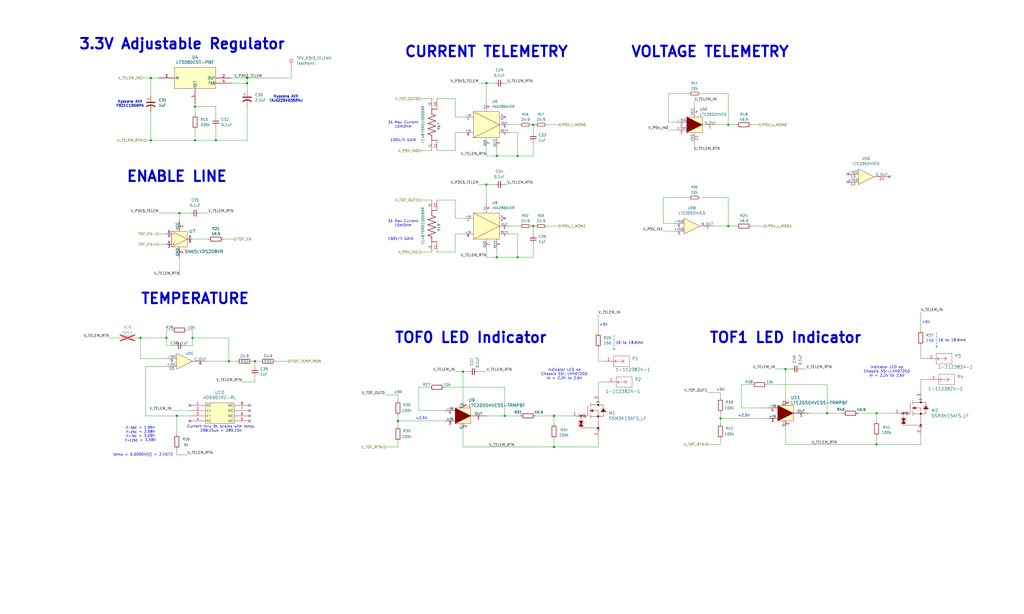
<source format=kicad_sch>
(kicad_sch (version 20250114) (generator "eeschema") (generator_version "9.0")
  (paper "User" 500 300)
  (lib_symbols
    (symbol "Analog_Devices:AD590JRZ-RL" (pin_names (offset 0.254))
      (property "Reference" "U" (at 14.986 5.588 0))
      (property "Value" "AD590JRZ" (at 14.986 3.048 0))
      (symbol "AD590JRZ-RL_0_1"
        (pin unspecified line (at 0 0 0) (length 7.62) (name "NC") (number "1"))
        (pin unspecified line (at 0 -2.54 0) (length 7.62) (name "V+") (number "2"))
        (pin unspecified line (at 0 -5.08 0) (length 7.62) (name "V-") (number "3"))
        (pin unspecified line (at 0 -7.62 0) (length 7.62) (name "NC") (number "4"))
        (pin unspecified line (at 29.21 0 180) (length 7.62) (name "NC") (number "8"))
        (pin unspecified line (at 29.21 -2.54 180) (length 7.62) (name "NC") (number "7"))
        (pin unspecified line (at 29.21 -5.08 180) (length 7.62) (name "NC") (number "6"))
        (pin unspecified line (at 29.21 -7.62 180) (length 7.62) (name "NC") (number "5"))
      )
    )
    (symbol "Analog_Devices:LT3080EST-PBF" (pin_names (offset 0.254))
      (property "Reference" "U" (at 10.16 16.51 0))
      (property "Value" "LT3080EST-PBF" (at 10.16 13.97 0))
      (symbol "LT3080EST-PBF_0_1"
        (pin power_in line (at -7.62 5.08 0) (length 7.62) (name "IN") (number "3"))
        (pin input line (at 10.16 -7.62 90) (length 7.62) (name "SET") (number "1"))
        (pin output line (at 27.94 5.08 180) (length 7.62) (name "OUT") (number "2"))
      )
      (symbol "LT3080EST-PBF_1_1"
        (pin output line (at 27.94 2.54 180) (length 7.62) (name "TAB") (number "4"))
      )
    )
    (symbol "Analog_Devices:LTC2050HVCS5-TRMPBF" (pin_names (offset 0))
      (property "Reference" "U" (at 7.366 -2.54 0))
      (property "Value" "LTC2050HVCS5-TRMPBF" (at 20.32 -5.334 0))
      (symbol "LTC2050HVCS5-TRMPBF_1_1"
        (pin input line (at -5.08 6.35 0) (length 5.08) (name "-IN") (number "4"))
        (pin input line (at -5.08 1.27 0) (length 5.08) (name "+IN") (number "3"))
        (pin power_in line (at 3.81 10.16 270) (length 2.54) (name "V+") (number "5"))
        (pin power_in line (at 3.81 -2.54 90) (length 2.54) (name "V-") (number "2"))
        (pin output line (at 15.24 3.81 180) (length 7.62) (name "OUT") (number "1"))
      )
    )
    (symbol "Analog_Devices:LTC2052HVCS_PBF" (pin_names (offset 0))
      (property "Reference" "U" (at 7.366 -2.286 0))
      (property "Value" "LTC2052HV" (at 0 0 0))
      (symbol "LTC2052HVCS_PBF_1_1"
        (pin input line (at -5.08 5.08 0) (length 5.08) (name "-INA") (number "2"))
        (pin input line (at -5.08 1.27 0) (length 5.08) (name "+INA") (number "3"))
        (pin power_in line (at 3.81 12.7 270) (length 5.08) (name "VCC") (number "4"))
        (pin power_in line (at 3.81 -5.08 90) (length 5.08) (name "VSS") (number "11"))
        (pin output line (at 15.24 3.81 180) (length 7.62) (name "A_Out") (number "1"))
      )
      (symbol "LTC2052HVCS_PBF_2_1"
        (pin input line (at -5.08 5.08 0) (length 5.08) (name "-INB") (number "6"))
        (pin input line (at -5.08 1.27 0) (length 5.08) (name "+INB") (number "5"))
        (pin output line (at 15.24 3.81 180) (length 7.62) (name "B_OUT") (number "7"))
      )
      (symbol "LTC2052HVCS_PBF_3_1"
        (pin input line (at -5.08 5.08 0) (length 5.08) (name "-INC") (number "9"))
        (pin input line (at -5.08 1.27 0) (length 5.08) (name "+INC") (number "10"))
        (pin output line (at 15.24 3.81 180) (length 7.62) (name "C_OUT") (number "8"))
      )
      (symbol "LTC2052HVCS_PBF_4_1"
        (pin input line (at -5.08 5.08 0) (length 5.08) (name "-IND") (number "13"))
        (pin input line (at -5.08 1.27 0) (length 5.08) (name "+IND") (number "12"))
        (pin output line (at 15.24 3.81 180) (length 7.62) (name "D_OUT") (number "14"))
      )
    )
    (symbol "Connector:TestPoint" (pin_numbers (hide yes)) (pin_names (offset 0.762) (hide yes))
      (property "Reference" "TP" (at 0 6.858 0))
      (property "Value" "TestPoint" (at 0 5.08 0))
      (symbol "TestPoint_1_1"
        (pin passive line (at 0 0 90) (length 2.54) (name "1") (number "1"))
      )
    )
    (symbol "Device:C_Polarized_US" (pin_numbers (hide yes)) (pin_names (offset 0.254) (hide yes))
      (property "Reference" "C" (at 0.635 2.54 0))
      (property "Value" "C_Polarized_US" (at 0.635 -2.54 0))
      (symbol "C_Polarized_US_1_1"
        (pin passive line (at 0 3.81 270) (length 2.794) (name "~") (number "1"))
        (pin passive line (at 0 -3.81 90) (length 3.302) (name "~") (number "2"))
      )
    )
    (symbol "Device:C_Small" (pin_numbers (hide yes)) (pin_names (offset 0.254) (hide yes))
      (property "Reference" "C" (at 0.254 1.778 0))
      (property "Value" "C_Small" (at 0.254 -2.032 0))
      (symbol "C_Small_1_1"
        (pin passive line (at 0 2.54 270) (length 2.032) (name "~") (number "1"))
        (pin passive line (at 0 -2.54 90) (length 2.032) (name "~") (number "2"))
      )
    )
    (symbol "Device:R" (pin_numbers (hide yes)) (pin_names (offset 0))
      (property "Reference" "R" (at 2.032 0 90))
      (property "Value" "R" (at 0 0 90))
      (symbol "R_1_1"
        (pin passive line (at 0 3.81 270) (length 1.27) (name "~") (number "1"))
        (pin passive line (at 0 -3.81 90) (length 1.27) (name "~") (number "2"))
      )
    )
    (symbol "Device:R_Small" (pin_numbers (hide yes)) (pin_names (offset 0.254) (hide yes))
      (property "Reference" "R" (at 0 0 90))
      (property "Value" "R_Small" (at 1.778 0 90))
      (symbol "R_Small_1_1"
        (pin passive line (at 0 2.54 270) (length 0.762) (name "~") (number "1"))
        (pin passive line (at 0 -2.54 90) (length 0.762) (name "~") (number "2"))
      )
    )
    (symbol "Foil_Resistors:Y14870R01000B9R" (pin_names (offset 1.016))
      (property "Reference" "R" (at -5.08 3.81 0))
      (property "Value" "Y14870R01000B9R" (at -5.08 -5.08 0))
      (symbol "Y14870R01000B9R_0_0"
        (pin passive line (at -12.7 0 0) (length 5.08) (name "~") (number "I1"))
        (pin passive line (at -12.7 -2.54 0) (length 5.08) (name "~") (number "E1"))
        (pin passive line (at 12.7 0 180) (length 5.08) (name "~") (number "I2"))
        (pin passive line (at 12.7 -2.54 180) (length 5.08) (name "~") (number "E2"))
      )
    )
    (symbol "Passive_Parts:R" (pin_numbers (hide yes)) (pin_names (offset 0) (hide yes))
      (property "Reference" "R" (at 2.54 5.08 0))
      (symbol "R_1_1"
        (pin passive line (at -1.27 2.54 0) (length 1.27) (name "~") (number "1"))
        (pin passive line (at 6.35 2.54 180) (length 1.27) (name "~") (number "2"))
      )
    )
    (symbol "TE_Connectivity:1-1123824-1" (pin_names (offset 0.254))
      (property "Reference" "P" (at 8.89 6.35 0))
      (property "Value" "1-1123824-1" (at 0 0 0))
      (symbol "1-1123824-1_0_1"
        (pin unspecified line (at 0 0 0) (length 5.08) (name "1") (number "1"))
      )
    )
    (symbol "Texas_Instruments:INA28x" (pin_names (offset 0))
      (property "Reference" "U" (at -2.032 -3.556 0))
      (property "Value" "INA28x" (at -6.096 14.478 0))
      (symbol "INA28x_0_0"
        (pin input line (at -5.08 10.16 0) (length 5.08) (name "-IN") (number "1"))
        (pin input line (at -5.08 2.54 0) (length 5.08) (name "+IN") (number "8"))
        (pin power_in line (at 6.35 17.78 270) (length 5.08) (name "V+") (number "6"))
        (pin power_in line (at 6.35 -5.08 90) (length 5.08) (name "GND") (number "2"))
        (pin input line (at 11.43 -5.08 90) (length 5.08) (name "REF2") (number "3"))
        (pin output line (at 17.78 6.35 180) (length 5.08) (name "OUT") (number "5"))
        (pin input line (at 17.78 2.54 180) (length 5.08) (name "REF1") (number "7"))
      )
      (symbol "INA28x_1_1"
        (pin passive line (at 15.24 10.16 180) (length 2.54) (name "4") (number "4"))
      )
    )
    (symbol "Texas_Instruments:SN65LVDS2DBVR" (pin_names (offset 0))
      (property "Reference" "U" (at 7.366 -2.54 0))
      (symbol "SN65LVDS2DBVR_1_1"
        (text "-" (at 1.016 6.35 0) (effects (font (size 1.27 1.27))))
        (text "+" (at 1.016 1.524 0) (effects (font (size 1.27 1.27))))
        (pin input line (at -2.54 6.35 0) (length 2.54) (name "B") (number "4"))
        (pin input line (at -2.54 1.27 0) (length 2.54) (name "A") (number "3"))
        (pin power_in line (at 3.81 12.7 270) (length 5.08) (name "VCC") (number "1"))
        (pin power_in line (at 3.81 -5.08 90) (length 5.08) (name "GND") (number "2"))
        (pin output line (at 10.16 3.81 180) (length 2.54) (name "R") (number "5"))
      )
    )
    (symbol "Toshiba_Semi:SSM3K15AFS_LF" (pin_names (offset 0.254))
      (property "Reference" "MOSFET" (at 0 0 0))
      (property "Value" "SSM3K15AFS_LF" (at 0 0 0))
      (symbol "SSM3K15AFS_LF_0_1"
        (pin unspecified line (at -2.54 -7.62 0) (length 2.54) (name "1") (number "1"))
        (pin unspecified line (at 10.16 2.54 270) (length 2.54) (name "3") (number "3"))
        (pin unspecified line (at 10.16 -17.78 90) (length 2.54) (name "2") (number "2"))
      )
    )
  )
  (text "Kyocera AVX\nTAJA225K035RNJ" (at 139.7 48.26 0) (effects (font (size 1.27 1.27) (thickness 0.254) (bold yes))))
  (text "+5V" (at 452.12 157.48 0) (effects (font (size 1.27 1.27))))
  (text "+2.5V" (at 363.22 203.2 0) (effects (font (size 1.27 1.27))))
  (text "V_{-55C} = 1.96V\nV_{+25C} = 2.68V\nV_{+70C} = 3.09V\nV_{+125C} = 3.58V" (at 68.58 212.09 0) (effects (font (size 1.27 1.27))))
  (text "ENABLE LINE" (at 86.36 86.36 0) (effects (font (size 5.08 5.08) (thickness 1.016) (bold yes))))
  (text "16 to 18.6mA" (at 307.34 167.64 0) (effects (font (size 1.27 1.27))))
  (text "3A Max Current\n10mOhm" (at 196.85 109.22 0) (effects (font (size 1.27 1.27))))
  (text "<----" (at 457.2 166.37 90) (effects (font (size 1.27 1.27))))
  (text "TEMPERATURE" (at 95.25 146.05 0) (effects (font (size 5.08 5.08) (thickness 1.016) (bold yes))))
  (text "100V/V GAIN" (at 195.58 116.84 0) (effects (font (size 1.27 1.27))))
  (text "<----" (at 299.72 167.64 90) (effects (font (size 1.27 1.27))))
  (text "100V/V GAIN" (at 196.85 68.58 0) (effects (font (size 1.27 1.27))))
  (text "Indicator LED on\nChassis SSI-LXH072GD\nV_{f} = 2.2V to 2.6V" (at 275.59 182.88 0) (effects (font (size 1.27 1.27))))
  (text "CURRENT TELEMETRY" (at 237.49 25.4 0) (effects (font (size 5.08 5.08) (thickness 1.016) (bold yes))))
  (text "+5V" (at 194.31 191.77 0) (effects (font (size 1.27 1.27))))
  (text "TOF0 LED Indicator" (at 229.87 165.1 0) (effects (font (size 5.08 5.08) (thickness 1.016) (bold yes))))
  (text "VOLTAGE TELEMETRY" (at 346.71 25.4 0) (effects (font (size 5.08 5.08) (thickness 1.016) (bold yes))))
  (text "3A Max Current\n10mOhm" (at 196.85 60.96 0) (effects (font (size 1.27 1.27))))
  (text "16 to 18.6mA" (at 464.82 166.37 0) (effects (font (size 1.27 1.27))))
  (text "Kyocera AVX\nF921C105MPA\n" (at 63.5 50.8 0) (effects (font (size 1.27 1.27) (thickness 0.254) (bold yes))))
  (text "3.3V Adjustable Regulator" (at 88.9 21.59 0) (effects (font (size 5.08 5.08) (thickness 1.016) (bold yes))))
  (text "Indicator LED on\nChassis SSI-LXH072GD\nV_{f} = 2.2V to 2.6V" (at 433.07 181.61 0) (effects (font (size 1.27 1.27))))
  (text "TOF1 LED Indicator" (at 383.54 165.1 0) (effects (font (size 5.08 5.08) (thickness 1.016) (bold yes))))
  (text "Current thru 9k scales with temp.\n298.15uA = 289.15K" (at 107.95 209.55 0) (effects (font (size 1.27 1.27))))
  (text "+5V" (at 294.64 158.75 0) (effects (font (size 1.27 1.27))))
  (text "+5V" (at 351.79 190.5 0) (effects (font (size 1.27 1.27))))
  (text "temp = 0.00904(V) + 2.4572" (at 69.85 222.25 0) (effects (font (size 1.27 1.27))))
  (text "+2.5V" (at 205.74 204.47 0) (effects (font (size 1.27 1.27))))
  (junction (at 86.36 203.2))
  (junction (at 403.86 201.93))
  (junction (at 242.57 125.73))
  (junction (at 237.49 40.64))
  (junction (at 427.99 201.93))
  (junction (at 68.58 165.1))
  (junction (at 355.6 60.96))
  (junction (at 270.51 203.2))
  (junction (at 383.54 180.34))
  (junction (at 246.38 203.2))
  (junction (at 237.49 90.17))
  (junction (at 120.65 38.1))
  (junction (at 252.73 125.73))
  (junction (at 242.57 76.2))
  (junction (at 427.99 217.17))
  (junction (at 252.73 76.2))
  (junction (at 270.51 218.44))
  (junction (at 73.66 68.58))
  (junction (at 81.28 165.1))
  (junction (at 355.6 110.49))
  (junction (at 105.41 68.58))
  (junction (at 111.76 176.53))
  (junction (at 124.46 176.53))
  (junction (at 351.79 204.47))
  (junction (at 87.63 104.14))
  (junction (at 93.98 165.1))
  (junction (at 95.25 68.58))
  (junction (at 120.65 40.64))
  (junction (at 260.35 60.96))
  (junction (at 260.35 110.49))
  (junction (at 73.66 38.1))
  (junction (at 95.25 52.07))
  (junction (at 226.06 181.61))
  (junction (at 194.31 205.74))
  (no_connect (at 434.34 86.36))
  (no_connect (at 121.92 200.66))
  (no_connect (at 246.38 106.68))
  (no_connect (at 92.71 198.12))
  (no_connect (at 121.92 205.74))
  (no_connect (at 414.02 88.9))
  (no_connect (at 246.38 57.15))
  (no_connect (at 92.71 205.74))
  (no_connect (at 414.02 85.09))
  (no_connect (at 121.92 203.2))
  (no_connect (at 121.92 198.12))
  (wire (pts (xy 233.68 90.17) (xy 237.49 90.17)))
  (wire (pts (xy 77.47 104.14) (xy 87.63 104.14)))
  (wire (pts (xy 237.49 121.92) (xy 237.49 125.73)))
  (wire (pts (xy 142.24 33.02) (xy 142.24 38.1)))
  (wire (pts (xy 210.82 48.26) (xy 205.74 48.26)))
  (wire (pts (xy 111.76 176.53) (xy 115.57 176.53)))
  (wire (pts (xy 411.48 201.93) (xy 403.86 201.93)))
  (wire (pts (xy 270.51 203.2) (xy 261.62 203.2)))
  (wire (pts (xy 351.79 194.31) (xy 351.79 191.77)))
  (wire (pts (xy 260.35 69.85) (xy 260.35 76.2)))
  (wire (pts (xy 237.49 90.17) (xy 237.49 99.06)))
  (wire (pts (xy 259.08 60.96) (xy 260.35 60.96)))
  (wire (pts (xy 383.54 208.28) (xy 383.54 217.17)))
  (wire (pts (xy 205.74 123.19) (xy 210.82 123.19)))
  (wire (pts (xy 90.17 168.91) (xy 93.98 168.91)))
  (wire (pts (xy 383.54 180.34) (xy 383.54 195.58)))
  (wire (pts (xy 355.6 60.96) (xy 355.6 45.72)))
  (wire (pts (xy 71.12 179.07) (xy 81.28 179.07)))
  (wire (pts (xy 449.58 217.17) (xy 427.99 217.17)))
  (wire (pts (xy 105.41 57.15) (xy 105.41 52.07)))
  (wire (pts (xy 194.31 218.44) (xy 194.31 215.9)))
  (wire (pts (xy 92.71 203.2) (xy 86.36 203.2)))
  (wire (pts (xy 403.86 187.96) (xy 403.86 201.93)))
  (wire (pts (xy 77.47 114.3) (xy 81.28 114.3)))
  (wire (pts (xy 260.35 76.2) (xy 252.73 76.2)))
  (wire (pts (xy 237.49 40.64) (xy 241.3 40.64)))
  (wire (pts (xy 449.58 161.29) (xy 449.58 152.4)))
  (wire (pts (xy 217.17 189.23) (xy 246.38 189.23)))
  (wire (pts (xy 124.46 184.15) (xy 124.46 186.69)))
  (wire (pts (xy 120.65 38.1) (xy 120.65 40.64)))
  (wire (pts (xy 194.31 218.44) (xy 187.96 218.44)))
  (wire (pts (xy 270.51 214.63) (xy 270.51 218.44)))
  (wire (pts (xy 391.16 180.34) (xy 393.7 180.34)))
  (wire (pts (xy 355.6 96.52) (xy 341.63 96.52)))
  (wire (pts (xy 246.38 189.23) (xy 246.38 203.2)))
  (wire (pts (xy 270.51 203.2) (xy 270.51 207.01)))
  (wire (pts (xy 111.76 165.1) (xy 111.76 176.53)))
  (wire (pts (xy 204.47 189.23) (xy 209.55 189.23)))
  (wire (pts (xy 226.06 209.55) (xy 226.06 218.44)))
  (wire (pts (xy 242.57 125.73) (xy 252.73 125.73)))
  (wire (pts (xy 222.25 64.77) (xy 226.06 64.77)))
  (wire (pts (xy 270.51 218.44) (xy 226.06 218.44)))
  (wire (pts (xy 367.03 110.49) (xy 373.38 110.49)))
  (wire (pts (xy 323.85 113.03) (xy 328.93 113.03)))
  (wire (pts (xy 345.44 191.77) (xy 351.79 191.77)))
  (wire (pts (xy 69.85 38.1) (xy 73.66 38.1)))
  (wire (pts (xy 83.82 200.66) (xy 92.71 200.66)))
  (wire (pts (xy 204.47 200.66) (xy 204.47 189.23)))
  (wire (pts (xy 355.6 60.96) (xy 359.41 60.96)))
  (wire (pts (xy 105.41 68.58) (xy 120.65 68.58)))
  (wire (pts (xy 323.85 96.52) (xy 323.85 109.22)))
  (wire (pts (xy 213.36 73.66) (xy 222.25 73.66)))
  (wire (pts (xy 246.38 90.17) (xy 247.65 90.17)))
  (wire (pts (xy 260.35 119.38) (xy 260.35 125.73)))
  (wire (pts (xy 226.06 181.61) (xy 228.6 181.61)))
  (wire (pts (xy 260.35 125.73) (xy 252.73 125.73)))
  (wire (pts (xy 86.36 203.2) (xy 86.36 212.09)))
  (wire (pts (xy 187.96 193.04) (xy 194.31 193.04)))
  (wire (pts (xy 213.36 48.26) (xy 222.25 48.26)))
  (wire (pts (xy 374.65 199.39) (xy 361.95 199.39)))
  (wire (pts (xy 194.31 195.58) (xy 194.31 193.04)))
  (wire (pts (xy 242.57 121.92) (xy 242.57 125.73)))
  (wire (pts (xy 292.1 213.36) (xy 292.1 218.44)))
  (wire (pts (xy 367.03 60.96) (xy 370.84 60.96)))
  (wire (pts (xy 237.49 76.2) (xy 242.57 76.2)))
  (wire (pts (xy 93.98 161.29) (xy 93.98 165.1)))
  (wire (pts (xy 213.36 123.19) (xy 222.25 123.19)))
  (wire (pts (xy 260.35 60.96) (xy 260.35 64.77)))
  (wire (pts (xy 237.49 40.64) (xy 237.49 49.53)))
  (wire (pts (xy 95.25 68.58) (xy 95.25 63.5)))
  (wire (pts (xy 142.24 38.1) (xy 120.65 38.1)))
  (wire (pts (xy 336.55 96.52) (xy 323.85 96.52)))
  (wire (pts (xy 53.34 165.1) (xy 58.42 165.1)))
  (wire (pts (xy 95.25 52.07) (xy 95.25 55.88)))
  (wire (pts (xy 194.31 205.74) (xy 217.17 205.74)))
  (wire (pts (xy 87.63 125.73) (xy 87.63 134.62)))
  (wire (pts (xy 113.03 40.64) (xy 120.65 40.64)))
  (wire (pts (xy 374.65 187.96) (xy 403.86 187.96)))
  (wire (pts (xy 81.28 161.29) (xy 83.82 161.29)))
  (wire (pts (xy 292.1 176.53) (xy 292.1 170.18)))
  (wire (pts (xy 222.25 73.66) (xy 222.25 64.77)))
  (wire (pts (xy 292.1 193.04) (xy 292.1 186.69)))
  (wire (pts (xy 86.36 222.25) (xy 91.44 222.25)))
  (wire (pts (xy 87.63 104.14) (xy 92.71 104.14)))
  (wire (pts (xy 248.92 110.49) (xy 254 110.49)))
  (wire (pts (xy 260.35 110.49) (xy 260.35 114.3)))
  (wire (pts (xy 349.25 110.49) (xy 355.6 110.49)))
  (wire (pts (xy 97.79 104.14) (xy 101.6 104.14)))
  (wire (pts (xy 120.65 40.64) (xy 120.65 44.45)))
  (wire (pts (xy 71.12 203.2) (xy 71.12 179.07)))
  (wire (pts (xy 248.92 60.96) (xy 254 60.96)))
  (wire (pts (xy 427.99 201.93) (xy 419.1 201.93)))
  (wire (pts (xy 403.86 201.93) (xy 394.97 201.93)))
  (wire (pts (xy 292.1 218.44) (xy 270.51 218.44)))
  (wire (pts (xy 105.41 52.07) (xy 95.25 52.07)))
  (wire (pts (xy 222.25 106.68) (xy 226.06 106.68)))
  (wire (pts (xy 101.6 176.53) (xy 111.76 176.53)))
  (wire (pts (xy 351.79 201.93) (xy 351.79 204.47)))
  (wire (pts (xy 217.17 200.66) (xy 204.47 200.66)))
  (wire (pts (xy 326.39 45.72) (xy 336.55 45.72)))
  (wire (pts (xy 123.19 176.53) (xy 124.46 176.53)))
  (wire (pts (xy 260.35 110.49) (xy 261.62 110.49)))
  (wire (pts (xy 266.7 110.49) (xy 273.05 110.49)))
  (wire (pts (xy 254 203.2) (xy 246.38 203.2)))
  (wire (pts (xy 355.6 110.49) (xy 359.41 110.49)))
  (wire (pts (xy 237.49 90.17) (xy 241.3 90.17)))
  (wire (pts (xy 87.63 104.14) (xy 87.63 107.95)))
  (wire (pts (xy 279.4 203.2) (xy 270.51 203.2)))
  (wire (pts (xy 355.6 96.52) (xy 355.6 110.49)))
  (wire (pts (xy 427.99 217.17) (xy 383.54 217.17)))
  (wire (pts (xy 339.09 49.53) (xy 339.09 52.07)))
  (wire (pts (xy 326.39 59.69) (xy 326.39 45.72)))
  (wire (pts (xy 93.98 116.84) (xy 101.6 116.84)))
  (wire (pts (xy 120.65 52.07) (xy 120.65 68.58)))
  (wire (pts (xy 242.57 72.39) (xy 242.57 76.2)))
  (wire (pts (xy 222.25 181.61) (xy 226.06 181.61)))
  (wire (pts (xy 252.73 64.77) (xy 248.92 64.77)))
  (wire (pts (xy 222.25 48.26) (xy 222.25 57.15)))
  (wire (pts (xy 449.58 175.26) (xy 449.58 168.91)))
  (wire (pts (xy 427.99 213.36) (xy 427.99 217.17)))
  (wire (pts (xy 449.58 191.77) (xy 449.58 185.42)))
  (wire (pts (xy 326.39 63.5) (xy 330.2 63.5)))
  (wire (pts (xy 71.12 68.58) (xy 73.66 68.58)))
  (wire (pts (xy 449.58 212.09) (xy 449.58 217.17)))
  (wire (pts (xy 449.58 185.42) (xy 453.39 185.42)))
  (wire (pts (xy 222.25 57.15) (xy 226.06 57.15)))
  (wire (pts (xy 205.74 73.66) (xy 210.82 73.66)))
  (wire (pts (xy 68.58 165.1) (xy 81.28 165.1)))
  (wire (pts (xy 93.98 168.91) (xy 93.98 165.1)))
  (wire (pts (xy 252.73 76.2) (xy 252.73 64.77)))
  (wire (pts (xy 86.36 219.71) (xy 86.36 222.25)))
  (wire (pts (xy 292.1 162.56) (xy 292.1 153.67)))
  (wire (pts (xy 85.09 168.91) (xy 81.28 168.91)))
  (wire (pts (xy 259.08 110.49) (xy 260.35 110.49)))
  (wire (pts (xy 213.36 97.79) (xy 222.25 97.79)))
  (wire (pts (xy 222.25 114.3) (xy 226.06 114.3)))
  (wire (pts (xy 378.46 180.34) (xy 383.54 180.34)))
  (wire (pts (xy 351.79 204.47) (xy 374.65 204.47)))
  (wire (pts (xy 350.52 60.96) (xy 355.6 60.96)))
  (wire (pts (xy 436.88 201.93) (xy 427.99 201.93)))
  (wire (pts (xy 383.54 180.34) (xy 386.08 180.34)))
  (wire (pts (xy 323.85 109.22) (xy 328.93 109.22)))
  (wire (pts (xy 81.28 175.26) (xy 68.58 175.26)))
  (wire (pts (xy 124.46 176.53) (xy 127 176.53)))
  (wire (pts (xy 124.46 176.53) (xy 124.46 179.07)))
  (wire (pts (xy 134.62 176.53) (xy 140.97 176.53)))
  (wire (pts (xy 68.58 175.26) (xy 68.58 165.1)))
  (wire (pts (xy 361.95 199.39) (xy 361.95 187.96)))
  (wire (pts (xy 292.1 186.69) (xy 295.91 186.69)))
  (wire (pts (xy 361.95 187.96) (xy 367.03 187.96)))
  (wire (pts (xy 330.2 59.69) (xy 326.39 59.69)))
  (wire (pts (xy 91.44 161.29) (xy 93.98 161.29)))
  (wire (pts (xy 237.49 72.39) (xy 237.49 76.2)))
  (wire (pts (xy 194.31 208.28) (xy 194.31 205.74)))
  (wire (pts (xy 233.68 181.61) (xy 237.49 181.61)))
  (wire (pts (xy 252.73 125.73) (xy 252.73 114.3)))
  (wire (pts (xy 194.31 203.2) (xy 194.31 205.74)))
  (wire (pts (xy 351.79 207.01) (xy 351.79 204.47)))
  (wire (pts (xy 71.12 203.2) (xy 86.36 203.2)))
  (wire (pts (xy 237.49 125.73) (xy 242.57 125.73)))
  (wire (pts (xy 233.68 40.64) (xy 237.49 40.64)))
  (wire (pts (xy 77.47 119.38) (xy 81.28 119.38)))
  (wire (pts (xy 260.35 60.96) (xy 261.62 60.96)))
  (wire (pts (xy 242.57 76.2) (xy 252.73 76.2)))
  (wire (pts (xy 246.38 203.2) (xy 237.49 203.2)))
  (wire (pts (xy 246.38 40.64) (xy 247.65 40.64)))
  (wire (pts (xy 452.12 175.26) (xy 449.58 175.26)))
  (wire (pts (xy 95.25 50.8) (xy 95.25 52.07)))
  (wire (pts (xy 73.66 68.58) (xy 95.25 68.58)))
  (wire (pts (xy 339.09 69.85) (xy 339.09 73.66)))
  (wire (pts (xy 252.73 114.3) (xy 248.92 114.3)))
  (wire (pts (xy 351.79 217.17) (xy 351.79 214.63)))
  (wire (pts (xy 105.41 62.23) (xy 105.41 68.58)))
  (wire (pts (xy 109.22 116.84) (xy 114.3 116.84)))
  (wire (pts (xy 266.7 60.96) (xy 273.05 60.96)))
  (wire (pts (xy 73.66 54.61) (xy 73.66 68.58)))
  (wire (pts (xy 73.66 38.1) (xy 73.66 46.99)))
  (wire (pts (xy 118.11 186.69) (xy 124.46 186.69)))
  (wire (pts (xy 427.99 201.93) (xy 427.99 205.74)))
  (wire (pts (xy 222.25 123.19) (xy 222.25 114.3)))
  (wire (pts (xy 81.28 168.91) (xy 81.28 165.1)))
  (wire (pts (xy 294.64 176.53) (xy 292.1 176.53)))
  (wire (pts (xy 105.41 68.58) (xy 95.25 68.58)))
  (wire (pts (xy 113.03 38.1) (xy 120.65 38.1)))
  (wire (pts (xy 77.47 38.1) (xy 73.66 38.1)))
  (wire (pts (xy 66.04 165.1) (xy 68.58 165.1)))
  (wire (pts (xy 205.74 97.79) (xy 210.82 97.79)))
  (wire (pts (xy 226.06 181.61) (xy 226.06 196.85)))
  (wire (pts (xy 81.28 161.29) (xy 81.28 165.1)))
  (wire (pts (xy 222.25 97.79) (xy 222.25 106.68)))
  (wire (pts (xy 351.79 217.17) (xy 345.44 217.17)))
  (wire (pts (xy 93.98 165.1) (xy 111.76 165.1)))
  (wire (pts (xy 341.63 45.72) (xy 355.6 45.72)))
  (label "V_TELEM_IN" (at 449.58 152.4 0))
  (label "V_TELEM_RTN" (at 237.49 181.61 0))
  (label "V_TELEM_RTN" (at 238.76 218.44 0))
  (label "V_TELEM_IN" (at 339.09 49.53 0))
  (label "V_P3V3_TELEM" (at 233.68 90.17 180))
  (label "V_TELEM_RTN" (at 339.09 73.66 0))
  (label "V_TELEM_RTN" (at 396.24 217.17 0))
  (label "V_P3V3_TELEM" (at 233.68 40.64 180))
  (label "V_P5V_IN1" (at 323.85 113.03 180))
  (label "V_TOF_OUT0" (at 187.96 193.04 180))
  (label "V_P3V3_TELEM" (at 114.3 38.1 0))
  (label "V_TELEM_IN" (at 83.82 200.66 180))
  (label "V_P5V_IN0" (at 326.39 63.5 180))
  (label "V_TELEM_RTN" (at 101.6 104.14 0))
  (label "V_TELEM_IN" (at 222.25 181.61 180))
  (label "V_TELEM_IN" (at 292.1 153.67 0))
  (label "V_TELEM_RTN" (at 237.49 125.73 180))
  (label "V_TELEM_RTN" (at 118.11 186.69 180))
  (label "V_TELEM_RTN" (at 87.63 134.62 180))
  (label "V_TELEM_IN" (at 378.46 180.34 180))
  (label "V_TELEM_RTN" (at 393.7 180.34 0))
  (label "V_TELEM_RTN" (at 247.65 40.64 0))
  (label "V_P3V3_TELEM" (at 77.47 104.14 180))
  (label "V_TELEM_RTN" (at 237.49 76.2 180))
  (label "V_TELEM_RTN" (at 247.65 90.17 0))
  (label "V_TELEM_RTN" (at 91.44 222.25 0))
  (label "V_TOF_OUT1" (at 345.44 191.77 180))
  (label "V_TELEM_RTN" (at 53.34 165.1 180))
  (hierarchical_label "V_TELEM_RTN" (shape output) (at 71.12 68.58 180))
  (hierarchical_label "V_P5V_IN0" (shape input) (at 205.74 73.66 180))
  (hierarchical_label "V_TOF_OUT1" (shape input) (at 205.74 97.79 180))
  (hierarchical_label "TOF_EN-" (shape input) (at 77.47 114.3 180))
  (hierarchical_label "V_P5V_IN1" (shape input) (at 205.74 123.19 180))
  (hierarchical_label "V_TOF_OUT0" (shape input) (at 205.74 48.26 180))
  (hierarchical_label "TOF_TEMP_MON" (shape output) (at 140.97 176.53 0))
  (hierarchical_label "TOF_EN+" (shape input) (at 77.47 119.38 180))
  (hierarchical_label "TOF_EN" (shape output) (at 114.3 116.84 0))
  (hierarchical_label "P5V_v_MON0" (shape output) (at 370.84 60.96 0))
  (hierarchical_label "V_TELEM_IN" (shape input) (at 69.85 38.1 180))
  (hierarchical_label "P5V_v_MON1" (shape output) (at 373.38 110.49 0))
  (hierarchical_label "V_TOF_RTN" (shape output) (at 345.44 217.17 180))
  (hierarchical_label "V_TOF_RTN" (shape output) (at 187.96 218.44 180))
  (hierarchical_label "P5V_i_MON0" (shape output) (at 273.05 60.96 0))
  (hierarchical_label "P5V_i_MON1" (shape output) (at 273.05 110.49 0))
  (symbol (lib_id "Foil_Resistors:Y14870R01000B9R") (at 210.82 60.96 90) (unit 1)
    (property "Reference" "R67" (at 214.2642 59.6899 0) (effects (justify right)))
    (property "Value" "Y14870R01000B9R" (at 206.5058 51.6125 0) (effects (justify right)))
    (property "Footprint" "Foil_Resistors:Y14870R01000B9R_10mOhm" (effects (hide yes)))
    (property "Datasheet" "https://vpgfoilresistors.com/products/current-sense-resistors/csm2512/datasheet" (effects (hide yes)))
    (property "Description" "10 mOhms ±0.1% 1W Chip Resistor 2512 (6432 Metric) Current Sense, Moisture Resistant Metal Foil" (effects (hide yes)))
    (property "Manufacturer" "Vishay" (effects (hide yes)))
    (property "Man. Part Num" "Y14870R01000B9R" (effects (hide yes)))
    (property "Distributor" "Digi-Key" (effects (hide yes)))
    (property "Dist. Part Num" "804-1044-1-ND" (effects (hide yes)))
    (property "Part Type" "SMD" (effects (hide yes)))
    (property "Package" "2512 (6432 Metric)" (effects (hide yes)))
  )
  (symbol (lib_id "Device:R") (at 257.81 203.2 270) (unit 1)
    (property "Reference" "R31" (at 253.0404 201.4144 90))
    (property "Value" "49.9" (at 263.043 201.4783 90))
    (property "Footprint" "Resistor_SMD:R_0603_1608Metric" (effects (hide yes)))
    (property "Description" "Resistor" (effects (hide yes)))
  )
  (symbol (lib_id "Connector:TestPoint") (at 142.24 33.02 0) (unit 1)
    (property "Reference" "TPV_P3V3_TELEM1" (at 144.78 28.4479 0) (effects (justify left)))
    (property "Value" "TestPoint" (at 144.78 30.9879 0) (effects (justify left)))
    (property "Footprint" "TestPoint:TestPoint_Keystone_5005-5009_Compact" (effects (hide yes)))
    (property "Datasheet" "https://www.keyelco.com/userAssets/file/M65p56.pdf" (effects (hide yes)))
    (property "Description" "Yellow PC Test Point, Compact Phosphor Bronze Silver Plating Through Hole Mounting Type" (effects (hide yes)))
    (property "Manufacturer" "Keystone Electronics" (effects (hide yes)))
    (property "Man Part Num" "5009" (effects (hide yes)))
    (property "Distributor" "Digikey" (effects (hide yes)))
    (property "Dist Part Num" "36-5009-ND" (effects (hide yes)))
    (property "Dist URL" "https://www.digikey.com/en/products/detail/keystone-electronics/5009/362671" (effects (hide yes)))
    (property "Type" "Through Hole" (effects (hide yes)))
  )
  (symbol (lib_id "Device:R") (at 86.36 215.9 180) (unit 1)
    (property "Reference" "R36" (at 90.932 214.63 0))
    (property "Value" "9k" (at 90.932 217.424 0))
    (property "Footprint" "Resistor_SMD:R_0603_1608Metric" (effects (hide yes)))
    (property "Description" "RES 8.98K OHM 0.1% 1/10W 0603" (effects (hide yes)))
    (property "Manufacturer" "YAGEO" (effects (hide yes)))
    (property "Vendor" "Digikey" (effects (hide yes)))
    (property "VendorPN" "13-RT0603BRD078K98LCT-ND" (effects (hide yes)))
    (property "VendorURL" "https://www.digikey.com/en/products/detail/yageo/RT0603BRD078K98L/17018203" (effects (hide yes)))
    (property "ManufacturerPN" "RT0603BRD078K98L" (effects (hide yes)))
  )
  (symbol (lib_id "Device:R") (at 292.1 166.37 180) (unit 1)
    (property "Reference" "R26" (at 294.64 165.0999 0) (effects (justify right)))
    (property "Value" "150" (at 294.64 167.6399 0) (effects (justify right)))
    (property "Footprint" "Resistor_SMD:R_0603_1608Metric" (effects (hide yes)))
    (property "Description" "Resistor" (effects (hide yes)))
  )
  (symbol (lib_id "Device:R") (at 363.22 60.96 270) (unit 1)
    (property "Reference" "R18" (at 363.22 55.88 90))
    (property "Value" "49.9" (at 363.22 58.42 90))
    (property "Footprint" "Resistor_SMD:R_0603_1608Metric" (effects (hide yes)))
    (property "Datasheet" "https://www.seielect.com/catalog/sei-rncp.pdf" (effects (hide yes)))
    (property "Description" "49.9 Ohms ±1% 0.125W, 1/8W Chip Resistor 0603 (1608 Metric) Anti-Sulfur Thin Film" (effects (hide yes)))
    (property "Manufacturer" "Stackpole Electronics Inc" (effects (hide yes)))
    (property "Man. Part Num" "RNCP0603FTD49R9" (effects (hide yes)))
    (property "Distributor" "Digikey" (effects (hide yes)))
    (property "Dist. Part Num" "RNCP0603FTD49R9CT-ND" (effects (hide yes)))
    (property "Package" "0603 (1608 Metric)" (effects (hide yes)))
    (property "Part Type" "SMD" (effects (hide yes)))
  )
  (symbol (lib_id "Device:C_Small") (at 124.46 181.61 180) (unit 1)
    (property "Reference" "C39" (at 127 180.3335 0) (effects (justify right)))
    (property "Value" "1uF" (at 127 182.8735 0) (effects (justify right)))
    (property "Footprint" "Capacitor_SMD:C_0603_1608Metric" (effects (hide yes)))
    (property "Datasheet" "https://weblib.samsungsem.com/mlcc/mlcc-ec-data-sheet.do?partNumber=CL10B105KO8NNN" (effects (hide yes)))
    (property "Description" "1 µF ±10% 16V Ceramic Capacitor X7R 0603 (1608 Metric)" (effects (hide yes)))
    (property "Manufacturer" "Samsung Electro-Mechanics" (effects (hide yes)))
    (property "Man Part Num" "CL10B105KO8NNNC" (effects (hide yes)))
    (property "Dist Part Num" "1276-1019-1-ND" (effects (hide yes)))
    (property "Package" "0603" (effects (hide yes)))
    (property "Type" "SMD" (effects (hide yes)))
    (property "Distributor" "Digikey" (effects (hide yes)))
    (property "Dist URL" "https://www.digikey.com/en/products/detail/samsung-electro-mechanics/CL10B105KO8NNNC/3886677?s=N4IgTCBcDaIIxgOwDYC0cAMcCc7UDkAREAXQF8g" (effects (hide yes)))
  )
  (symbol (lib_id "Device:R_Small") (at 339.09 96.52 90) (unit 1)
    (property "Reference" "R20" (at 339.09 91.44 90) (effects (font (size 1.016 1.016))))
    (property "Value" "10k" (at 339.09 93.98 90))
    (property "Footprint" "Resistor_SMD:R_0603_1608Metric" (effects (hide yes)))
    (property "Datasheet" "https://www.seielect.com/catalog/sei-rncf.pdf" (effects (hide yes)))
    (property "Description" "10 kOhms ±1% 0.125W, 1/8W Chip Resistor 0603 (1608 Metric) Anti-Sulfur Thin Film" (effects (hide yes)))
    (property "Manufacturer" "Stackpole Electronics Inc" (effects (hide yes)))
    (property "Man Part Num" "RNCP0603FTD10K0" (effects (hide yes)))
    (property "Distributor" "Digikey" (effects (hide yes)))
    (property "Dist Part Num" "RNCP0603FTD10K0CT-ND" (effects (hide yes)))
    (property "Package" "0603 (1608 Metric)" (effects (hide yes)))
    (property "Type" "SMD" (effects (hide yes)))
    (property "Dist URL" "https://www.digikey.com/en/products/detail/stackpole-electronics-inc/RNCF0603TKY24R9/4928379?s=N4IgTCBcDaIEoDkDCAxADANjQZgCoGkBNMAFjgE4lcBaBAERAF0BfIA" (effects (hide yes)))
  )
  (symbol (lib_id "Analog_Devices:LTC2050HVCS5-TRMPBF") (at 379.73 205.74 0) (unit 1)
    (property "Reference" "U11" (at 386.08 194.31 0) (effects (font (size 1.524 1.524)) (justify left)))
    (property "Value" "LTC2050HVCS5-TRMPBF" (at 386.08 196.85 0) (effects (font (size 1.524 1.524)) (justify left)))
    (property "Footprint" "S_5_ADI" (effects (hide yes)))
    (property "Datasheet" "https://www.analog.com/media/en/technical-documentation/data-sheets/LTC2050-2050HV.pdf" (effects (hide yes)))
    (property "Description" "IC OPAMP ZER-DRIFT 1CIR TSOT23-5" (effects (hide yes)))
  )
  (symbol (lib_id "Device:C_Small") (at 243.84 90.17 90) (unit 1)
    (property "Reference" "C34" (at 243.8463 83.82 90))
    (property "Value" "0.1uF" (at 243.8463 86.36 90))
    (property "Footprint" "Capacitor_SMD:C_0402_1005Metric" (effects (hide yes)))
    (property "Datasheet" "https://www.yageogroup.com/content/datasheet/asset/file/UPY-GPHC_X7R_6_3V-TO-250V" (effects (hide yes)))
    (property "Description" "0.1 µF ±5% 16V Ceramic Capacitor X7R 0402 (1005 Metric)" (effects (hide yes)))
    (property "Manufacturer" "YAGEO" (effects (hide yes)))
    (property "Man Part Num" "CC0402JRX7R7BB104" (effects (hide yes)))
    (property "Dist Part Num" "311-1676-1-ND" (effects (hide yes)))
    (property "Package" "0402 (1005 Metric)" (effects (hide yes)))
    (property "Type" "SMD" (effects (hide yes)))
  )
  (symbol (lib_id "Device:R") (at 363.22 110.49 270) (unit 1)
    (property "Reference" "R24" (at 363.22 105.41 90))
    (property "Value" "49.9" (at 363.22 107.95 90))
    (property "Footprint" "Resistor_SMD:R_0603_1608Metric" (effects (hide yes)))
    (property "Datasheet" "https://www.seielect.com/catalog/sei-rncp.pdf" (effects (hide yes)))
    (property "Description" "49.9 Ohms ±1% 0.125W, 1/8W Chip Resistor 0603 (1608 Metric) Anti-Sulfur Thin Film" (effects (hide yes)))
    (property "Manufacturer" "Stackpole Electronics Inc" (effects (hide yes)))
    (property "Man. Part Num" "RNCP0603FTD49R9" (effects (hide yes)))
    (property "Distributor" "Digikey" (effects (hide yes)))
    (property "Dist. Part Num" "RNCP0603FTD49R9CT-ND" (effects (hide yes)))
    (property "Package" "0603 (1608 Metric)" (effects (hide yes)))
    (property "Part Type" "SMD" (effects (hide yes)))
  )
  (symbol (lib_id "Texas_Instruments:INA28x") (at 231.14 67.31 0) (unit 1)
    (property "Reference" "U6" (at 240.2587 49.53 0) (effects (justify left)))
    (property "Value" "INA286AIDR" (at 240.2587 52.07 0) (effects (justify left)))
    (property "Footprint" "Texas_Instruments:INA28x_8SOIC" (effects (hide yes)))
    (property "Datasheet" "https://www.ti.com/general/docs/suppproductinfo.tsp?distId=10&gotoUrl=https%3A%2F%2Fwww.ti.com%2Flit%2Fgpn%2Fina286" (effects (hide yes)))
    (property "Description" "IC CURRENT MONITOR 0.4% 8SOIC" (effects (hide yes)))
    (property "Manufacturer" "Texas Instruments" (effects (hide yes)))
    (property "Man Part Num" "INA286AIDR" (effects (hide yes)))
    (property "Distributor" "Digikey" (effects (hide yes)))
    (property "Dist Part Num" "296-43593-1-ND" (effects (hide yes)))
    (property "Package" "8-SOIC (0.154\", 3.90mm Width)" (effects (hide yes)))
    (property "Type" "SMD" (effects (hide yes)))
    (property "Dist URL" "https://www.digikey.com/en/products/detail/texas-instruments/INA286AIDR/3902424?s=N4IgjCBcpgTAnBaIDGUBmBDANgZwKYA0IA9lANogIAs8sAbCALrEAOALlCAMrsBOASwB2AcxABfYmHgAOeFFBpIWPEVIUQABmaSQAWmoLUGHAWJlIlAMw34VnbtgaAkgDkAgrBmMWIRsgEAEy49ME0nNk5IEBBidgBPVnwuQNw0cXEgA" (effects (hide yes)))
  )
  (symbol (lib_id "Foil_Resistors:Y14870R01000B9R") (at 210.82 110.49 90) (unit 1)
    (property "Reference" "R19" (at 214.2642 109.2199 0) (effects (justify right)))
    (property "Value" "Y14870R01000B9R" (at 206.5058 101.1425 0) (effects (justify right)))
    (property "Footprint" "Foil_Resistors:Y14870R01000B9R_10mOhm" (effects (hide yes)))
    (property "Datasheet" "https://vpgfoilresistors.com/products/current-sense-resistors/csm2512/datasheet" (effects (hide yes)))
    (property "Description" "10 mOhms ±0.1% 1W Chip Resistor 2512 (6432 Metric) Current Sense, Moisture Resistant Metal Foil" (effects (hide yes)))
    (property "Manufacturer" "Vishay" (effects (hide yes)))
    (property "Man. Part Num" "Y14870R01000B9R" (effects (hide yes)))
    (property "Distributor" "Digi-Key" (effects (hide yes)))
    (property "Dist. Part Num" "804-1044-1-ND" (effects (hide yes)))
    (property "Part Type" "SMD" (effects (hide yes)))
    (property "Package" "2512 (6432 Metric)" (effects (hide yes)))
  )
  (symbol (lib_id "TE_Connectivity:1-1123824-1") (at 453.39 185.42 0) (unit 1)
    (property "Reference" "P4" (at 467.36 184.1499 0) (effects (font (size 1.524 1.524)) (justify left)))
    (property "Value" "1-1123824-1" (at 453.136 189.992 0) (effects (font (size 1.524 1.524)) (justify left)))
    (property "Footprint" "conn1_1-1123824-1_TEC" (effects (hide yes)))
    (property "Datasheet" "https://www.te.com/commerce/DocumentDelivery/DDEController?Action=srchrtrv&DocNm=1123824&DocType=Customer+Drawing&DocLang=Japanese" (effects (hide yes)))
    (property "Description" "Connector Header Through Hole 1 position" (effects (hide yes)))
    (property "Manufacturer" "TE Connectivity AMP Connectors" (effects (hide yes)))
    (property "Man. Part Num" "1-1123824-1" (effects (hide yes)))
    (property "Distributor" "Digi-Key" (effects (hide yes)))
    (property "Dist. Part Num" "A30708-ND" (effects (hide yes)))
    (property "Part Type" "Through Hole" (effects (hide yes)))
    (property "Package" "-" (effects (hide yes)))
  )
  (symbol (lib_id "Device:R_Small") (at 264.16 110.49 90) (unit 1)
    (property "Reference" "R23" (at 264.16 105.41 90) (effects (font (size 1.016 1.016))))
    (property "Value" "24.9" (at 264.16 107.95 90))
    (property "Footprint" "Resistor_SMD:R_0603_1608Metric" (effects (hide yes)))
    (property "Datasheet" "https://www.seielect.com/catalog/sei-rncf.pdf" (effects (hide yes)))
    (property "Description" "Resistor, small symbol" (effects (hide yes)))
    (property "Manufacturer" "Stackpole Electronics Inc" (effects (hide yes)))
    (property "Man Part Num" "RNCF0603TKY24R9" (effects (hide yes)))
    (property "Distributor" "Digikey" (effects (hide yes)))
    (property "Dist Part Num" "RNCF0603TKY24R9CT-ND" (effects (hide yes)))
    (property "Package" "0603 (1608 Metric)" (effects (hide yes)))
    (property "Type" "SMD" (effects (hide yes)))
    (property "Dist URL" "https://www.digikey.com/en/products/detail/stackpole-electronics-inc/RNCF0603TKY24R9/4928379?s=N4IgTCBcDaIEoDkDCAxADANjQZgCoGkBNMAFjgE4lcBaBAERAF0BfIA" (effects (hide yes)))
  )
  (symbol (lib_id "Device:C_Small") (at 231.14 181.61 270) (unit 1)
    (property "Reference" "C37" (at 230.378 176.784 0))
    (property "Value" "0.1uF" (at 233.172 177.038 0))
    (property "Footprint" "Capacitor_SMD:C_0603_1608Metric" (effects (hide yes)))
    (property "Description" "Unpolarized capacitor, small symbol" (effects (hide yes)))
  )
  (symbol (lib_id "Device:R") (at 351.79 198.12 180) (unit 1)
    (property "Reference" "R39" (at 356.108 196.596 0))
    (property "Value" "100k" (at 356.108 199.39 0))
    (property "Footprint" "Resistor_SMD:R_0603_1608Metric" (effects (hide yes)))
    (property "Description" "Resistor" (effects (hide yes)))
  )
  (symbol (lib_id "Device:R_Small") (at 264.16 60.96 90) (unit 1)
    (property "Reference" "R17" (at 264.16 55.88 90) (effects (font (size 1.016 1.016))))
    (property "Value" "24.9" (at 264.16 58.42 90))
    (property "Footprint" "Resistor_SMD:R_0603_1608Metric" (effects (hide yes)))
    (property "Datasheet" "https://www.seielect.com/catalog/sei-rncf.pdf" (effects (hide yes)))
    (property "Description" "Resistor, small symbol" (effects (hide yes)))
    (property "Manufacturer" "Stackpole Electronics Inc" (effects (hide yes)))
    (property "Man Part Num" "RNCF0603TKY24R9" (effects (hide yes)))
    (property "Distributor" "Digikey" (effects (hide yes)))
    (property "Dist Part Num" "RNCF0603TKY24R9CT-ND" (effects (hide yes)))
    (property "Package" "0603 (1608 Metric)" (effects (hide yes)))
    (property "Type" "SMD" (effects (hide yes)))
    (property "Dist URL" "https://www.digikey.com/en/products/detail/stackpole-electronics-inc/RNCF0603TKY24R9/4928379?s=N4IgTCBcDaIEoDkDCAxADANjQZgCoGkBNMAFjgE4lcBaBAERAF0BfIA" (effects (hide yes)))
  )
  (symbol (lib_id "Analog_Devices:LTC2052HVCS_PBF") (at 419.1 90.17 0) (unit 4)
    (property "Reference" "U5" (at 422.91 77.47 0))
    (property "Value" "LTC2052HVCS" (at 422.91 80.01 0))
    (property "Footprint" "Analog_Devices:SO-14_S_LIT" (effects (hide yes)))
    (property "Datasheet" "https://www.analog.com/media/en/technical-documentation/data-sheets/20512fd.pdf" (effects (hide yes)))
    (property "Description" "IC OPAMP ZERO-DRIFT 4 CIRC 14SOIC" (effects (hide yes)))
    (property "Distributor" "Digi-Key" (effects (hide yes)))
    (property "Manufacturer" "Analog Devices Inc." (effects (hide yes)))
    (property "Package" "14-SOIC" (effects (hide yes)))
    (property "Part Type" "SMD" (effects (hide yes)))
    (property "Man Part Num" "LTC2052HVCS#PBF" (effects (hide yes)))
    (property "Dist Part Num" "LTC2052HVCS#PBF-ND" (effects (hide yes)))
    (property "Dist URL" "https://www.digikey.com/en/products/detail/analog-devices-inc/LTC2052HVCS-PBF/891527?s=N4IgTCBcDaIDIBUDCYAMBWMAJAakgygMQAKAQgGIC0AcgCIgC6AvkA" (effects (hide yes)))
    (property "Dist. Part Num" "LTC2052HVIS#PBF-ND" (effects (hide yes)))
    (property "Man. Part Num" "LTC2052HVIS#PBF" (effects (hide yes)))
  )
  (symbol (lib_id "Device:R") (at 87.63 161.29 90) (unit 1)
    (property "Reference" "R28" (at 82.804 160.02 90))
    (property "Value" "10k" (at 93.472 160.02 90))
    (property "Footprint" "Resistor_SMD:R_0603_1608Metric" (effects (hide yes)))
    (property "Datasheet" "https://www.te.com/commerce/DocumentDelivery/DDEController?Action=srchrtrv&DocNm=1773204&DocType=Data%20Sheet&DocLang=English&DocFormat=pdf&PartCntxt=4-1622826-1" (effects (hide yes)))
    (property "Description" "10 kOhms ±1% 0.1W, 1/10W Chip Resistor 0603 (1608 Metric) Thick Film" (effects (hide yes)))
    (property "Manufacturer" "TE Connectivity Passive Product" (effects (hide yes)))
    (property "Man Part Num" "CRG0603F10K/10" (effects (hide yes)))
    (property "Distributor" "Digikey" (effects (hide yes)))
    (property "Dist Part Num" "A121523CT-ND" (effects (hide yes)))
    (property "Dist URL" "https://www.digikey.com/en/products/detail/te-connectivity-passive-product/CRG0603F10K-10/2390661" (effects (hide yes)))
    (property "Package" "0603 (1608 Metric)" (effects (hide yes)))
    (property "Type" "SMD" (effects (hide yes)))
  )
  (symbol (lib_id "Device:C_Small") (at 95.25 104.14 90) (unit 1)
    (property "Reference" "C35" (at 95.2563 97.79 90))
    (property "Value" "0.1uF" (at 95.2563 100.33 90))
    (property "Footprint" "Capacitor_SMD:C_0603_1608Metric" (effects (hide yes)))
    (property "Datasheet" "https://www.yageo.com/en/Chart/Download/pdf/CC0603KRX7R7BB104" (effects (hide yes)))
    (property "Description" "0.1 µF ±10% 16V Ceramic Capacitor X7R 0603 (1608 Metric)" (effects (hide yes)))
    (property "Manufacturer" "YAGEO" (effects (hide yes)))
    (property "Man Part Num" "CC0603KRX7R7BB104" (effects (hide yes)))
    (property "Distributor" "Digikey" (effects (hide yes)))
    (property "Dist Part Num" "311-1088-1-ND" (effects (hide yes)))
    (property "Package" "0603 (1608 Metric)" (effects (hide yes)))
    (property "Type" "SMD" (effects (hide yes)))
    (property "Dist URL" "https://www.digikey.com/en/products/detail/yageo/CC0603KRX7R7BB104/302822" (effects (hide yes)))
  )
  (symbol (lib_id "Device:R") (at 194.31 212.09 180) (unit 1)
    (property "Reference" "R35" (at 198.628 210.566 0))
    (property "Value" "100k" (at 198.628 213.36 0))
    (property "Footprint" "Resistor_SMD:R_0603_1608Metric" (effects (hide yes)))
    (property "Description" "Resistor" (effects (hide yes)))
  )
  (symbol (lib_id "TE_Connectivity:1-1123824-1") (at 295.91 186.69 0) (unit 1)
    (property "Reference" "P2" (at 309.88 185.4199 0) (effects (font (size 1.524 1.524)) (justify left)))
    (property "Value" "1-1123824-1" (at 295.656 191.262 0) (effects (font (size 1.524 1.524)) (justify left)))
    (property "Footprint" "conn1_1-1123824-1_TEC" (effects (hide yes)))
    (property "Datasheet" "https://www.te.com/commerce/DocumentDelivery/DDEController?Action=srchrtrv&DocNm=1123824&DocType=Customer+Drawing&DocLang=Japanese" (effects (hide yes)))
    (property "Description" "Connector Header Through Hole 1 position" (effects (hide yes)))
    (property "Manufacturer" "TE Connectivity AMP Connectors" (effects (hide yes)))
    (property "Man. Part Num" "1-1123824-1" (effects (hide yes)))
    (property "Distributor" "Digi-Key" (effects (hide yes)))
    (property "Dist. Part Num" "A30708-ND" (effects (hide yes)))
    (property "Part Type" "Through Hole" (effects (hide yes)))
    (property "Package" "-" (effects (hide yes)))
  )
  (symbol (lib_id "Device:R_Small") (at 339.09 45.72 270) (mirror x) (unit 1)
    (property "Reference" "R14" (at 339.09 40.64 90) (effects (font (size 1.016 1.016))))
    (property "Value" "10k" (at 339.09 43.18 90))
    (property "Footprint" "Resistor_SMD:R_0603_1608Metric" (effects (hide yes)))
    (property "Datasheet" "https://www.seielect.com/catalog/sei-rncf.pdf" (effects (hide yes)))
    (property "Description" "10 kOhms ±1% 0.125W, 1/8W Chip Resistor 0603 (1608 Metric) Anti-Sulfur Thin Film" (effects (hide yes)))
    (property "Manufacturer" "Stackpole Electronics Inc" (effects (hide yes)))
    (property "Man Part Num" "RNCP0603FTD10K0" (effects (hide yes)))
    (property "Distributor" "Digikey" (effects (hide yes)))
    (property "Dist Part Num" "RNCP0603FTD10K0CT-ND" (effects (hide yes)))
    (property "Package" "0603 (1608 Metric)" (effects (hide yes)))
    (property "Type" "SMD" (effects (hide yes)))
    (property "Dist URL" "https://www.digikey.com/en/products/detail/stackpole-electronics-inc/RNCF0603TKY24R9/4928379?s=N4IgTCBcDaIEoDkDCAxADANjQZgCoGkBNMAFjgE4lcBaBAERAF0BfIA" (effects (hide yes)))
  )
  (symbol (lib_id "Device:R") (at 415.29 201.93 270) (unit 1)
    (property "Reference" "R40" (at 410.5204 200.1444 90))
    (property "Value" "49.9" (at 420.523 200.2083 90))
    (property "Footprint" "Resistor_SMD:R_0603_1608Metric" (effects (hide yes)))
    (property "Description" "Resistor" (effects (hide yes)))
  )
  (symbol (lib_id "Toshiba_Semi:SSM3K15AFS_LF") (at 281.94 195.58 0) (unit 1)
    (property "Reference" "M1" (at 297.18 201.9299 0) (effects (font (size 1.524 1.524)) (justify left)))
    (property "Value" "SSM3K15AFS_LF" (at 297.18 204.4699 0) (effects (font (size 1.524 1.524)) (justify left)))
    (property "Footprint" "SSM_TOS" (effects (hide yes)))
    (property "Datasheet" "https://toshiba.semicon-storage.com/info/SSM3K15AFS_datasheet_en_20140301.pdf?did=5914&prodName=SSM3K15AFS" (effects (hide yes)))
    (property "Description" "MOSFET N-CH 30V 100MA SSM" (effects (hide yes)))
    (property "Manufacturer" "Toshiba Semiconductor and Storage" (effects (hide yes)))
    (property "Man. Part Num" "SSM3K15AFS,LF" (effects (hide yes)))
    (property "Distributor" "Digi-Key" (effects (hide yes)))
    (property "Dist. Part Num" "SSM3K15AFSLFCT-ND" (effects (hide yes)))
    (property "Part Type" "SMD" (effects (hide yes)))
    (property "Package" "SSM_TOS" (effects (hide yes)))
  )
  (symbol (lib_id "Analog_Devices:LTC2050HVCS5-TRMPBF") (at 222.25 207.01 0) (unit 1)
    (property "Reference" "U9" (at 228.6 195.58 0) (effects (font (size 1.524 1.524)) (justify left)))
    (property "Value" "LTC2050HVCS5-TRMPBF" (at 228.6 198.12 0) (effects (font (size 1.524 1.524)) (justify left)))
    (property "Footprint" "S_5_ADI" (effects (hide yes)))
    (property "Datasheet" "https://www.analog.com/media/en/technical-documentation/data-sheets/LTC2050-2050HV.pdf" (effects (hide yes)))
    (property "Description" "IC OPAMP ZER-DRIFT 1CIR TSOT23-5" (effects (hide yes)))
  )
  (symbol (lib_id "Device:R") (at 449.58 165.1 180) (unit 1)
    (property "Reference" "R37" (at 452.12 163.8299 0) (effects (justify right)))
    (property "Value" "150" (at 452.12 166.3699 0) (effects (justify right)))
    (property "Footprint" "Resistor_SMD:R_0603_1608Metric" (effects (hide yes)))
    (property "Description" "Resistor" (effects (hide yes)))
  )
  (symbol (lib_id "Device:R") (at 427.99 209.55 0) (unit 1)
    (property "Reference" "R41" (at 432.9514 208.831 0))
    (property "Value" "100k" (at 432.8795 211.3476 0))
    (property "Footprint" "Resistor_SMD:R_0603_1608Metric" (effects (hide yes)))
    (property "Description" "Resistor" (effects (hide yes)))
  )
  (symbol (lib_id "Device:C_Polarized_US") (at 120.65 48.26 0) (unit 1)
    (property "Reference" "C30" (at 124.46 46.3549 0) (effects (justify left)))
    (property "Value" "2.2uF" (at 124.46 48.8949 0) (effects (justify left)))
    (property "Footprint" "Capacitor_Tantalum_SMD:CP_EIA-3216-18_Kemet-A" (effects (hide yes)))
    (property "Datasheet" "https://datasheets.kyocera-avx.com/TAJ.pdf" (effects (hide yes)))
    (property "Description" "2.2 µF Molded Tantalum Capacitors 35 V 1206 (3216 Metric) 4.5Ohm" (effects (hide yes)))
    (property "Manufacturer" "KYOCERA AVX" (effects (hide yes)))
    (property "Man Part Num" "TAJA225K035RNJ" (effects (hide yes)))
    (property "Distributor" "Digikey" (effects (hide yes)))
    (property "Dist Part Num" "478-3073-1-ND" (effects (hide yes)))
    (property "Package" "1206 (3216 Metric)" (effects (hide yes)))
    (property "Type" "SMD" (effects (hide yes)))
    (property "Dist URL" "https://www.digikey.com/en/products/detail/kyocera-avx/TAJA225K035RNJ/809523" (effects (hide yes)))
  )
  (symbol (lib_id "Device:R") (at 351.79 210.82 180) (unit 1)
    (property "Reference" "R42" (at 356.108 209.296 0))
    (property "Value" "100k" (at 356.108 212.09 0))
    (property "Footprint" "Resistor_SMD:R_0603_1608Metric" (effects (hide yes)))
    (property "Description" "Resistor" (effects (hide yes)))
  )
  (symbol (lib_id "Device:R_Small") (at 256.54 60.96 90) (unit 1)
    (property "Reference" "R16" (at 256.54 55.88 90) (effects (font (size 1.016 1.016))))
    (property "Value" "24.9" (at 256.54 58.42 90))
    (property "Footprint" "Resistor_SMD:R_0603_1608Metric" (effects (hide yes)))
    (property "Datasheet" "https://www.seielect.com/catalog/sei-rncf.pdf" (effects (hide yes)))
    (property "Description" "Resistor, small symbol" (effects (hide yes)))
    (property "Manufacturer" "Stackpole Electronics Inc" (effects (hide yes)))
    (property "Man Part Num" "RNCF0603TKY24R9" (effects (hide yes)))
    (property "Distributor" "Digikey" (effects (hide yes)))
    (property "Dist Part Num" "RNCF0603TKY24R9CT-ND" (effects (hide yes)))
    (property "Package" "0603 (1608 Metric)" (effects (hide yes)))
    (property "Type" "SMD" (effects (hide yes)))
    (property "Dist URL" "https://www.digikey.com/en/products/detail/stackpole-electronics-inc/RNCF0603TKY24R9/4928379?s=N4IgTCBcDaIEoDkDCAxADANjQZgCoGkBNMAFjgE4lcBaBAERAF0BfIA" (effects (hide yes)))
  )
  (symbol (lib_id "Passive_Parts:R") (at 59.69 167.64 0) (unit 1) (dnp yes)
    (property "Reference" "R29" (at 62.23 160.02 0))
    (property "Value" "(DNI)" (at 62.23 162.56 0))
    (property "Footprint" "Resistor_SMD:R_0402_1005Metric" (effects (hide yes)))
    (property "Datasheet" "https://industrial.panasonic.com/cdbs/www-data/pdf/RDM0000/AOA0000C307.pdf" (effects (hide yes)))
    (property "Description" "-" (effects (hide yes)))
    (property "Manufacturer" "-" (effects (hide yes)))
    (property "Man. Part Num" "-" (effects (hide yes)))
    (property "Distributor" "-" (effects (hide yes)))
    (property "Dist. Part Num" "-" (effects (hide yes)))
    (property "Part Type" "SMD" (effects (hide yes)))
    (property "Package" "0402 (1005 Metric)" (effects (hide yes)))
  )
  (symbol (lib_id "Device:C_Small") (at 260.35 116.84 180) (unit 1)
    (property "Reference" "C36" (at 262.89 115.5635 0) (effects (justify right)))
    (property "Value" "1uF" (at 262.89 118.1035 0) (effects (justify right)))
    (property "Footprint" "Capacitor_SMD:C_0603_1608Metric" (effects (hide yes)))
    (property "Datasheet" "https://weblib.samsungsem.com/mlcc/mlcc-ec-data-sheet.do?partNumber=CL10B105KO8NNN" (effects (hide yes)))
    (property "Description" "1 µF ±10% 16V Ceramic Capacitor X7R 0603 (1608 Metric)" (effects (hide yes)))
    (property "Manufacturer" "Samsung Electro-Mechanics" (effects (hide yes)))
    (property "Man Part Num" "CL10B105KO8NNNC" (effects (hide yes)))
    (property "Dist Part Num" "1276-1019-1-ND" (effects (hide yes)))
    (property "Package" "0603" (effects (hide yes)))
    (property "Type" "SMD" (effects (hide yes)))
    (property "Distributor" "Digikey" (effects (hide yes)))
    (property "Dist URL" "https://www.digikey.com/en/products/detail/samsung-electro-mechanics/CL10B105KO8NNNC/3886677?s=N4IgTCBcDaIIxgOwDYC0cAMcCc7UDkAREAXQF8g" (effects (hide yes)))
  )
  (symbol (lib_id "Analog_Devices:LT3080EST-PBF") (at 85.09 43.18 0) (unit 1)
    (property "Reference" "U4" (at 95.25 27.94 0) (effects (font (size 1.524 1.524))))
    (property "Value" "LT3080EST-PBF" (at 95.25 30.48 0) (effects (font (size 1.524 1.524))))
    (property "Footprint" "Package_TO_SOT_SMD:SOT-223" (effects (hide yes)))
    (property "Datasheet" "https://www.analog.com/media/en/technical-documentation/data-sheets/lt3080.pdf" (effects (hide yes)))
    (property "Description" "Linear Voltage Regulator IC Positive Adjustable 1 Output 1.1A SOT-223-3" (effects (hide yes)))
    (property "Manufacturer" "Analog Devices Inc." (effects (hide yes)))
    (property "Man Part Num" "LT3080EST#PBF" (effects (hide yes)))
    (property "Distributor" "Digikey" (effects (hide yes)))
    (property "Dist Part Num" "505-LT3080EST#PBF-ND" (effects (hide yes)))
    (property "Part Type" "SMD" (effects (hide yes)))
    (property "Package" "SOT223-3" (effects (hide yes)))
    (property "Dist URL" "https://www.digikey.com/en/products/detail/analog-devices-inc/LT3080EST-PBF/1768179?s=N4IgTCBcDaIKwAY4FoAyAVAzAgHAgogMroDEACgEIBiyAcgCIgC6AvkA" (effects (hide yes)))
  )
  (symbol (lib_id "Device:R") (at 105.41 116.84 270) (unit 1)
    (property "Reference" "R21" (at 105.41 111.76 90))
    (property "Value" "49.9" (at 105.41 114.3 90))
    (property "Footprint" "Resistor_SMD:R_0603_1608Metric" (effects (hide yes)))
    (property "Datasheet" "https://www.seielect.com/catalog/sei-rncp.pdf" (effects (hide yes)))
    (property "Description" "49.9 Ohms ±1% 0.125W, 1/8W Chip Resistor 0603 (1608 Metric) Anti-Sulfur Thin Film" (effects (hide yes)))
    (property "Manufacturer" "Stackpole Electronics Inc" (effects (hide yes)))
    (property "Man. Part Num" "RNCP0603FTD49R9" (effects (hide yes)))
    (property "Distributor" "Digikey" (effects (hide yes)))
    (property "Dist. Part Num" "RNCP0603FTD49R9CT-ND" (effects (hide yes)))
    (property "Package" "0603 (1608 Metric)" (effects (hide yes)))
    (property "Part Type" "SMD" (effects (hide yes)))
    (property "Dist URL" "https://www.digikey.com/en/products/detail/stackpole-electronics-inc/RNCP0603FTD49R9/2240080?s=N4IgTCBcDaIEoDkDCAFADANjQZgGIBUARAFgE45Sl8BaBQkAXQF8g" (effects (hide yes)))
  )
  (symbol (lib_id "Device:R") (at 213.36 189.23 270) (unit 1)
    (property "Reference" "R27" (at 208.28 187.96 90))
    (property "Value" "10k" (at 218.44 187.96 90))
    (property "Footprint" "Resistor_SMD:R_0603_1608Metric" (effects (hide yes)))
    (property "Description" "Resistor" (effects (hide yes)))
  )
  (symbol (lib_id "Analog_Devices:AD590JRZ-RL") (at 92.71 198.12 0) (unit 1)
    (property "Reference" "U10" (at 107.315 191.77 0) (effects (font (size 1.524 1.524))))
    (property "Value" "AD590JRZ-RL" (at 107.315 194.31 0) (effects (font (size 1.524 1.524))))
    (property "Footprint" "Analog_Devices:R_8_ADI" (effects (hide yes)))
    (property "Datasheet" "https://www.analog.com/media/en/technical-documentation/data-sheets/AD590.pdf" (effects (hide yes)))
    (property "Description" "SENSOR ANALOG -55C-150C 8SOIC" (effects (hide yes)))
    (property "Manufacturer" "Analog Devices Inc." (effects (hide yes)))
    (property "Vendor" "Digikey" (effects (hide yes)))
    (property "VendorPN" "AD590JRZ-RL-ND" (effects (hide yes)))
    (property "VendorURL" "https://www.digikey.com/en/products/detail/analog-devices-inc/AD590JRZ-RL/994564?s=N4IgTCBcDaIIIBECsBOADAKQEoC0C0WAMngHIIgC6AvkA" (effects (hide yes)))
    (property "ManufacturerPN" "AD590JRZ-RL" (effects (hide yes)))
  )
  (symbol (lib_id "Texas_Instruments:INA28x") (at 231.14 116.84 0) (unit 1)
    (property "Reference" "U8" (at 240.2587 99.06 0) (effects (justify left)))
    (property "Value" "INA286AIDR" (at 240.2587 101.6 0) (effects (justify left)))
    (property "Footprint" "Texas_Instruments:INA28x_8SOIC" (effects (hide yes)))
    (property "Datasheet" "https://www.ti.com/general/docs/suppproductinfo.tsp?distId=10&gotoUrl=https%3A%2F%2Fwww.ti.com%2Flit%2Fgpn%2Fina286" (effects (hide yes)))
    (property "Description" "IC CURRENT MONITOR 0.4% 8SOIC" (effects (hide yes)))
    (property "Manufacturer" "Texas Instruments" (effects (hide yes)))
    (property "Man Part Num" "INA286AIDR" (effects (hide yes)))
    (property "Distributor" "Digikey" (effects (hide yes)))
    (property "Dist Part Num" "296-43593-1-ND" (effects (hide yes)))
    (property "Package" "8-SOIC (0.154\", 3.90mm Width)" (effects (hide yes)))
    (property "Type" "SMD" (effects (hide yes)))
    (property "Dist URL" "https://www.digikey.com/en/products/detail/texas-instruments/INA286AIDR/3902424?s=N4IgjCBcpgTAnBaIDGUBmBDANgZwKYA0IA9lANogIAs8sAbCALrEAOALlCAMrsBOASwB2AcxABfYmHgAOeFFBpIWPEVIUQABmaSQAWmoLUGHAWJlIlAMw34VnbtgaAkgDkAgrBmMWIRsgEAEy49ME0nNk5IEBBidgBPVnwuQNw0cXEgA" (effects (hide yes)))
  )
  (symbol (lib_id "Device:C_Small") (at 87.63 168.91 270) (unit 1)
    (property "Reference" "C38" (at 85.09 167.64 90))
    (property "Value" "1uF" (at 90.17 167.64 90))
    (property "Footprint" "Capacitor_SMD:C_0402_1005Metric" (effects (hide yes)))
    (property "Datasheet" "https://search.kemet.com/download/datasheet/C0402C105K9PAC7411" (effects (hide yes)))
    (property "Description" "1 µF ±10% 6.3V Ceramic Capacitor X5R 0402 (1005 Metric)" (effects (hide yes)))
    (property "Manufacturer" "KEMET" (effects (hide yes)))
    (property "Man Part Num" "C0402C105K9PAC7411" (effects (hide yes)))
    (property "Distributor" "Digikey" (effects (hide yes)))
    (property "Dist Part Num" "399-C0402C105K9PAC7411CT-ND" (effects (hide yes)))
    (property "Dist URL" "https://www.digikey.com/en/products/detail/kemet/C0402C105K9PAC7411/18116962" (effects (hide yes)))
    (property "Package" "0402 (1005 Metric)" (effects (hide yes)))
    (property "Type" "SMD" (effects (hide yes)))
  )
  (symbol (lib_id "Passive_Parts:R") (at 116.84 179.07 0) (unit 1)
    (property "Reference" "R32" (at 119.38 176.53 0))
    (property "Value" "24.9" (at 119.38 173.99 0))
    (property "Footprint" "Resistor_SMD:R_0603_1608Metric" (effects (hide yes)))
    (property "Datasheet" "https://www.seielect.com/catalog/sei-rncf.pdf" (effects (hide yes)))
    (property "Description" "24.9 Ohms ±0.01% 0.1W, 1/10W Chip Resistor 0603 (1608 Metric) Automotive AEC-Q200 Thin Film" (effects (hide yes)))
    (property "Manufacturer" "Stackpole Electronics Inc" (effects (hide yes)))
    (property "Man Part Num" "RNCF0603TKY24R9" (effects (hide yes)))
    (property "Distributor" "Digikey" (effects (hide yes)))
    (property "Dist Part Num" "RNCF0603TKY24R9CT-ND" (effects (hide yes)))
    (property "Package" "0603 (1608 Metric)" (effects (hide yes)))
    (property "Type" "SMD" (effects (hide yes)))
    (property "Dist URL" "https://www.digikey.com/en/products/detail/stackpole-electronics-inc/RNCF0603TKY24R9/4928379?s=N4IgTCBcDaIEoDkDCAxADANjQZgCoGkBNMAFjgE4lcBaBAERAF0BfIA" (effects (hide yes)))
  )
  (symbol (lib_id "Device:C_Small") (at 260.35 67.31 180) (unit 1)
    (property "Reference" "C33" (at 262.89 66.0335 0) (effects (justify right)))
    (property "Value" "1uF" (at 262.89 68.5735 0) (effects (justify right)))
    (property "Footprint" "Capacitor_SMD:C_0603_1608Metric" (effects (hide yes)))
    (property "Datasheet" "https://weblib.samsungsem.com/mlcc/mlcc-ec-data-sheet.do?partNumber=CL10B105KO8NNN" (effects (hide yes)))
    (property "Description" "1 µF ±10% 16V Ceramic Capacitor X7R 0603 (1608 Metric)" (effects (hide yes)))
    (property "Manufacturer" "Samsung Electro-Mechanics" (effects (hide yes)))
    (property "Man Part Num" "CL10B105KO8NNNC" (effects (hide yes)))
    (property "Dist Part Num" "1276-1019-1-ND" (effects (hide yes)))
    (property "Package" "0603" (effects (hide yes)))
    (property "Type" "SMD" (effects (hide yes)))
    (property "Distributor" "Digikey" (effects (hide yes)))
    (property "Dist URL" "https://www.digikey.com/en/products/detail/samsung-electro-mechanics/CL10B105KO8NNNC/3886677?s=N4IgTCBcDaIIxgOwDYC0cAMcCc7UDkAREAXQF8g" (effects (hide yes)))
  )
  (symbol (lib_id "Passive_Parts:R") (at 128.27 179.07 0) (unit 1)
    (property "Reference" "R33" (at 130.81 176.53 0))
    (property "Value" "24.9" (at 130.81 173.99 0))
    (property "Footprint" "Resistor_SMD:R_0603_1608Metric" (effects (hide yes)))
    (property "Datasheet" "https://www.seielect.com/catalog/sei-rncf.pdf" (effects (hide yes)))
    (property "Description" "24.9 Ohms ±0.01% 0.1W, 1/10W Chip Resistor 0603 (1608 Metric) Automotive AEC-Q200 Thin Film" (effects (hide yes)))
    (property "Manufacturer" "Stackpole Electronics Inc" (effects (hide yes)))
    (property "Man Part Num" "RNCF0603TKY24R9" (effects (hide yes)))
    (property "Distributor" "Digikey" (effects (hide yes)))
    (property "Dist Part Num" "RNCF0603TKY24R9CT-ND" (effects (hide yes)))
    (property "Package" "0603 (1608 Metric)" (effects (hide yes)))
    (property "Type" "SMD" (effects (hide yes)))
    (property "Dist URL" "https://www.digikey.com/en/products/detail/stackpole-electronics-inc/RNCF0603TKY24R9/4928379?s=N4IgTCBcDaIEoDkDCAxADANjQZgCoGkBNMAFjgE4lcBaBAERAF0BfIA" (effects (hide yes)))
  )
  (symbol (lib_id "Texas_Instruments:SN65LVDS2DBVR") (at 83.82 120.65 0) (unit 1)
    (property "Reference" "U7" (at 93.98 112.9598 0) (effects (font (size 1.524 1.524))))
    (property "Value" "SN65LVDS2DBVR" (at 99.568 122.936 0) (effects (font (size 1.524 1.524))))
    (property "Footprint" "Package_TO_SOT_SMD:SOT-23-5" (effects (hide yes)))
    (property "Datasheet" "https://www.ti.com/lit/ds/symlink/sn65lvds1.pdf?HQS=dis-dk-null-digikeymode-dsf-pf-null-wwe&ts=1743962241896&ref_url=https%253A%252F%252Fwww.ti.com%252Fgeneral%252Fdocs%252Fsuppproductinfo.tsp%253FdistId%253D10%2526gotoUrl%253Dhttps%253A%252F%252Fwww.ti.com%252Flit%252Fgpn%252Fsn65lvds1" (effects (hide yes)))
    (property "Description" "0/1 Receiver LVDS SOT-23-5" (effects (hide yes)))
    (property "Manufacturer" "Texas Instruments" (effects (hide yes)))
    (property "Man Part Num" "SN65LVDS2DBVR" (effects (hide yes)))
    (property "Distributor" "Digikey" (effects (hide yes)))
    (property "Dist Part Num" "296-6920-1-ND" (effects (hide yes)))
    (property "Package" "SOT-23-5" (effects (hide yes)))
    (property "Type" "SMD" (effects (hide yes)))
    (property "Dist URL" "https://www.digikey.com/en/products/detail/texas-instruments/SN65LVDS2DBVR/371649?s=N4IgTCBcDa4JwDYC0C5gAxIIxIHIBEQBdAXyA" (effects (hide yes)))
  )
  (symbol (lib_id "Device:C_Small") (at 105.41 59.69 0) (unit 1)
    (property "Reference" "C32" (at 107.95 58.4262 0) (effects (justify left)))
    (property "Value" "0.1uF" (at 107.95 60.9662 0) (effects (justify left)))
    (property "Footprint" "Capacitor_SMD:C_0603_1608Metric" (effects (hide yes)))
    (property "Datasheet" "https://search.kemet.com/download/datasheet/C0603C104K5RAC7867" (effects (hide yes)))
    (property "Description" "0.1 µF ±10% 50V Ceramic Capacitor X7R 0603 (1608 Metric)" (effects (hide yes)))
    (property "Manufacturer" "KEMET" (effects (hide yes)))
    (property "Man Part Num" "C0603C104K5RACTU" (effects (hide yes)))
    (property "Distributor" "Digikey" (effects (hide yes)))
    (property "Dist Part Num" "399-C0603C104K5RACTUCT-ND" (effects (hide yes)))
    (property "Package" "0603 (1608 Metric)" (effects (hide yes)))
    (property "Type" "SMD" (effects (hide yes)))
    (property "Dist URL" "https://www.digikey.com/en/products/detail/kemet/C0603C104K5RACTU/1465594?s=N4IgTCBcDaIMwE4EFoDCAGAbOuqCM6ALANICsASgIKoAqAqrcgHIAiIAugL5A" (effects (hide yes)))
  )
  (symbol (lib_id "Device:R") (at 194.31 199.39 180) (unit 1)
    (property "Reference" "R30" (at 198.628 197.866 0))
    (property "Value" "100k" (at 198.628 200.66 0))
    (property "Footprint" "Resistor_SMD:R_0603_1608Metric" (effects (hide yes)))
    (property "Description" "Resistor" (effects (hide yes)))
  )
  (symbol (lib_id "TE_Connectivity:1-1123824-1") (at 294.64 176.53 0) (unit 1)
    (property "Reference" "P1" (at 308.61 175.2599 0) (effects (font (size 1.524 1.524)) (justify left)))
    (property "Value" "1-1123824-1" (at 300.482 180.594 0) (effects (font (size 1.524 1.524)) (justify left)))
    (property "Footprint" "conn1_1-1123824-1_TEC" (effects (hide yes)))
    (property "Datasheet" "https://www.te.com/commerce/DocumentDelivery/DDEController?Action=srchrtrv&DocNm=1123824&DocType=Customer+Drawing&DocLang=Japanese" (effects (hide yes)))
    (property "Description" "Connector Header Through Hole 1 position" (effects (hide yes)))
    (property "Manufacturer" "TE Connectivity AMP Connectors" (effects (hide yes)))
    (property "Man. Part Num" "1-1123824-1" (effects (hide yes)))
    (property "Distributor" "Digi-Key" (effects (hide yes)))
    (property "Dist. Part Num" "A30708-ND" (effects (hide yes)))
    (property "Part Type" "Through Hole" (effects (hide yes)))
    (property "Package" "-" (effects (hide yes)))
  )
  (symbol (lib_id "Device:R") (at 95.25 59.69 0) (unit 1)
    (property "Reference" "R15" (at 97.79 58.4199 0) (effects (justify left)))
    (property "Value" "330k" (at 97.79 60.9599 0) (effects (justify left)))
    (property "Footprint" "Resistor_SMD:R_0603_1608Metric" (effects (hide yes)))
    (property "Datasheet" "https://www.seielect.com/catalog/sei-rmcf_rmcp.pdf" (effects (hide yes)))
    (property "Description" "RES 330K OHM 5% 1/10W 0603" (effects (hide yes)))
    (property "Manufacturer" "Stackpole Electronics Inc" (effects (hide yes)))
    (property "Man Part Num" "RMCF0603JT330K" (effects (hide yes)))
    (property "Distributor" "Digikey" (effects (hide yes)))
    (property "Dist Part Num" "RMCF0603JT330KCT-ND" (effects (hide yes)))
    (property "Package" "0603 (1608 Metric)" (effects (hide yes)))
    (property "Type " "SMD" (effects (hide yes)))
    (property "Dist URL" "https://www.digikey.com/en/products/detail/stackpole-electronics-inc/RMCF0603JT330K/1758050" (effects (hide yes)))
  )
  (symbol (lib_id "Toshiba_Semi:SSM3K15AFS_LF") (at 439.42 194.31 0) (unit 1)
    (property "Reference" "M2" (at 454.66 200.6599 0) (effects (font (size 1.524 1.524)) (justify left)))
    (property "Value" "SSM3K15AFS_LF" (at 454.66 203.1999 0) (effects (font (size 1.524 1.524)) (justify left)))
    (property "Footprint" "SSM_TOS" (effects (hide yes)))
    (property "Datasheet" "https://toshiba.semicon-storage.com/info/SSM3K15AFS_datasheet_en_20140301.pdf?did=5914&prodName=SSM3K15AFS" (effects (hide yes)))
    (property "Description" "MOSFET N-CH 30V 100MA SSM" (effects (hide yes)))
    (property "Manufacturer" "Toshiba Semiconductor and Storage" (effects (hide yes)))
    (property "Man. Part Num" "SSM3K15AFS,LF" (effects (hide yes)))
    (property "Distributor" "Digi-Key" (effects (hide yes)))
    (property "Dist. Part Num" "SSM3K15AFSLFCT-ND" (effects (hide yes)))
    (property "Part Type" "SMD" (effects (hide yes)))
    (property "Package" "SSM_TOS" (effects (hide yes)))
  )
  (symbol (lib_id "Device:R_Small") (at 256.54 110.49 90) (unit 1)
    (property "Reference" "R22" (at 256.54 105.41 90) (effects (font (size 1.016 1.016))))
    (property "Value" "24.9" (at 256.54 107.95 90))
    (property "Footprint" "Resistor_SMD:R_0603_1608Metric" (effects (hide yes)))
    (property "Datasheet" "https://www.seielect.com/catalog/sei-rncf.pdf" (effects (hide yes)))
    (property "Description" "Resistor, small symbol" (effects (hide yes)))
    (property "Manufacturer" "Stackpole Electronics Inc" (effects (hide yes)))
    (property "Man Part Num" "RNCF0603TKY24R9" (effects (hide yes)))
    (property "Distributor" "Digikey" (effects (hide yes)))
    (property "Dist Part Num" "RNCF0603TKY24R9CT-ND" (effects (hide yes)))
    (property "Package" "0603 (1608 Metric)" (effects (hide yes)))
    (property "Type" "SMD" (effects (hide yes)))
    (property "Dist URL" "https://www.digikey.com/en/products/detail/stackpole-electronics-inc/RNCF0603TKY24R9/4928379?s=N4IgTCBcDaIEoDkDCAxADANjQZgCoGkBNMAFjgE4lcBaBAERAF0BfIA" (effects (hide yes)))
  )
  (symbol (lib_id "Device:C_Small") (at 243.84 40.64 90) (unit 1)
    (property "Reference" "C29" (at 243.8463 34.29 90))
    (property "Value" "0.1uF" (at 243.8463 36.83 90))
    (property "Footprint" "Capacitor_SMD:C_0402_1005Metric" (effects (hide yes)))
    (property "Datasheet" "https://www.yageogroup.com/content/datasheet/asset/file/UPY-GPHC_X7R_6_3V-TO-250V" (effects (hide yes)))
    (property "Description" "0.1 µF ±5% 16V Ceramic Capacitor X7R 0402 (1005 Metric)" (effects (hide yes)))
    (property "Manufacturer" "YAGEO" (effects (hide yes)))
    (property "Man Part Num" "CC0402JRX7R7BB104" (effects (hide yes)))
    (property "Dist Part Num" "311-1676-1-ND" (effects (hide yes)))
    (property "Package" "0402 (1005 Metric)" (effects (hide yes)))
    (property "Type" "SMD" (effects (hide yes)))
  )
  (symbol (lib_id "Device:R") (at 270.51 210.82 0) (unit 1)
    (property "Reference" "R34" (at 275.4714 210.101 0))
    (property "Value" "100k" (at 275.3995 212.6176 0))
    (property "Footprint" "Resistor_SMD:R_0603_1608Metric" (effects (hide yes)))
    (property "Description" "Resistor" (effects (hide yes)))
  )
  (symbol (lib_id "Device:R") (at 370.84 187.96 270) (unit 1)
    (property "Reference" "R38" (at 365.76 186.69 90))
    (property "Value" "10k" (at 375.92 186.69 90))
    (property "Footprint" "Resistor_SMD:R_0603_1608Metric" (effects (hide yes)))
    (property "Description" "Resistor" (effects (hide yes)))
  )
  (symbol (lib_id "Analog_Devices:LTC2052HVCS_PBF") (at 86.36 180.34 0) (unit 3)
    (property "Reference" "U5" (at 92.71 172.72 0))
    (property "Value" "LTC2052HVCS" (effects (hide yes)))
    (property "Footprint" "Analog_Devices:SO-14_S_LIT" (effects (hide yes)))
    (property "Datasheet" "https://www.analog.com/media/en/technical-documentation/data-sheets/20512fd.pdf" (effects (hide yes)))
    (property "Description" "IC OPAMP ZERO-DRIFT 4 CIRC 14SOIC" (effects (hide yes)))
    (property "Distributor" "Digi-Key" (effects (hide yes)))
    (property "Manufacturer" "Analog Devices Inc." (effects (hide yes)))
    (property "Package" "14-SOIC" (effects (hide yes)))
    (property "Part Type" "SMD" (effects (hide yes)))
    (property "Man Part Num" "LTC2052HVCS#PBF" (effects (hide yes)))
    (property "Dist Part Num" "LTC2052HVCS#PBF-ND" (effects (hide yes)))
    (property "Dist URL" "https://www.digikey.com/en/products/detail/analog-devices-inc/LTC2052HVCS-PBF/891527?s=N4IgTCBcDaIDIBUDCYAMBWMAJAakgygMQAKAQgGIC0AcgCIgC6AvkA" (effects (hide yes)))
    (property "Dist. Part Num" "LTC2052HVIS#PBF-ND" (effects (hide yes)))
    (property "Man. Part Num" "LTC2052HVIS#PBF" (effects (hide yes)))
  )
  (symbol (lib_id "Analog_Devices:LTC2052HVCS_PBF") (at 334.01 114.3 0) (unit 2)
    (property "Reference" "U5" (at 337.82 101.6 0))
    (property "Value" "LTC2052HVCS" (at 337.82 104.14 0))
    (property "Footprint" "Analog_Devices:SO-14_S_LIT" (effects (hide yes)))
    (property "Datasheet" "https://www.analog.com/media/en/technical-documentation/data-sheets/20512fd.pdf" (effects (hide yes)))
    (property "Description" "IC OPAMP ZERO-DRIFT 4 CIRC 14SOIC" (effects (hide yes)))
    (property "Distributor" "Digi-Key" (effects (hide yes)))
    (property "Manufacturer" "Analog Devices Inc." (effects (hide yes)))
    (property "Package" "14-SOIC" (effects (hide yes)))
    (property "Part Type" "SMD" (effects (hide yes)))
    (property "Man Part Num" "LTC2052HVCS#PBF" (effects (hide yes)))
    (property "Dist Part Num" "LTC2052HVCS#PBF-ND" (effects (hide yes)))
    (property "Dist URL" "https://www.digikey.com/en/products/detail/analog-devices-inc/LTC2052HVCS-PBF/891527?s=N4IgTCBcDaIDIBUDCYAMBWMAJAakgygMQAKAQgGIC0AcgCIgC6AvkA" (effects (hide yes)))
    (property "Dist. Part Num" "LTC2052HVIS#PBF-ND" (effects (hide yes)))
    (property "Man. Part Num" "LTC2052HVIS#PBF" (effects (hide yes)))
  )
  (symbol (lib_id "Analog_Devices:LTC2052HVCS_PBF") (at 335.28 64.77 0) (unit 1)
    (property "Reference" "U5" (at 341.63 53.34 0) (effects (justify left)))
    (property "Value" "LTC2052HVCS" (at 341.63 55.88 0) (effects (justify left)))
    (property "Footprint" "Analog_Devices:SO-14_S_LIT" (effects (hide yes)))
    (property "Datasheet" "https://www.analog.com/media/en/technical-documentation/data-sheets/20512fd.pdf" (effects (hide yes)))
    (property "Description" "IC OPAMP ZERO-DRIFT 4 CIRC 14SOIC" (effects (hide yes)))
    (property "Manufacturer" "Analog Devices Inc." (effects (hide yes)))
    (property "Man Part Num" "LTC2052HVCS#PBF" (effects (hide yes)))
    (property "Distributor" "Digi-Key" (effects (hide yes)))
    (property "Dist Part Num" "LTC2052HVCS#PBF-ND" (effects (hide yes)))
    (property "Package" "14-SOIC" (effects (hide yes)))
    (property "Part Type" "SMD" (effects (hide yes)))
    (property "Dist URL" "https://www.digikey.com/en/products/detail/analog-devices-inc/LTC2052HVCS-PBF/891527?s=N4IgTCBcDaIDIBUDCYAMBWMAJAakgygMQAKAQgGIC0AcgCIgC6AvkA" (effects (hide yes)))
    (property "Dist. Part Num" "LTC2052HVIS#PBF-ND" (effects (hide yes)))
    (property "Man. Part Num" "LTC2052HVIS#PBF" (effects (hide yes)))
  )
  (symbol (lib_id "TE_Connectivity:1-1123824-1") (at 452.12 175.26 0) (unit 1)
    (property "Reference" "P3" (at 466.09 173.9899 0) (effects (font (size 1.524 1.524)) (justify left)))
    (property "Value" "1-1123824-1" (at 457.962 179.324 0) (effects (font (size 1.524 1.524)) (justify left)))
    (property "Footprint" "conn1_1-1123824-1_TEC" (effects (hide yes)))
    (property "Datasheet" "https://www.te.com/commerce/DocumentDelivery/DDEController?Action=srchrtrv&DocNm=1123824&DocType=Customer+Drawing&DocLang=Japanese" (effects (hide yes)))
    (property "Description" "Connector Header Through Hole 1 position" (effects (hide yes)))
    (property "Manufacturer" "TE Connectivity AMP Connectors" (effects (hide yes)))
    (property "Man. Part Num" "1-1123824-1" (effects (hide yes)))
    (property "Distributor" "Digi-Key" (effects (hide yes)))
    (property "Dist. Part Num" "A30708-ND" (effects (hide yes)))
    (property "Part Type" "Through Hole" (effects (hide yes)))
    (property "Package" "-" (effects (hide yes)))
  )
  (symbol (lib_id "Device:C_Small") (at 388.62 180.34 270) (unit 1)
    (property "Reference" "C40" (at 387.858 175.514 0))
    (property "Value" "0.1uF" (at 390.652 175.768 0))
    (property "Footprint" "Capacitor_SMD:C_0603_1608Metric" (effects (hide yes)))
    (property "Description" "Unpolarized capacitor, small symbol" (effects (hide yes)))
  )
  (symbol (lib_id "Device:C_Polarized_US") (at 73.66 50.8 0) (unit 1)
    (property "Reference" "C31" (at 77.47 48.8949 0) (effects (justify left)))
    (property "Value" "1uF" (at 77.47 51.4349 0) (effects (justify left)))
    (property "Footprint" "Capacitor_Tantalum_SMD:CP_EIA-2012-15_AVX-P" (effects (hide yes)))
    (property "Datasheet" "https://datasheets.kyocera-avx.com/F92.pdf" (effects (hide yes)))
    (property "Description" "1 µF Molded Tantalum Capacitors 16 V 0805 (2012 Metric) 12Ohm" (effects (hide yes)))
    (property "Manufacturer" "KYOCERA AVX" (effects (hide yes)))
    (property "Man Part Num" "F921C105MPA" (effects (hide yes)))
    (property "Distributor" "Digikey" (effects (hide yes)))
    (property "Dist Part Num" "478-8126-1-ND" (effects (hide yes)))
    (property "Package" "0805 (2012 Metric)" (effects (hide yes)))
    (property "Type" "SMD" (effects (hide yes)))
    (property "Dist URL" "https://www.digikey.com/en/products/detail/kyocera-avx/F921C105MPA/4004989?s=N4IgTCBcDaIGIE4wEYDCyAMBWAsgBQEEQBdAXyA" (effects (hide yes)))
  )
)
</source>
